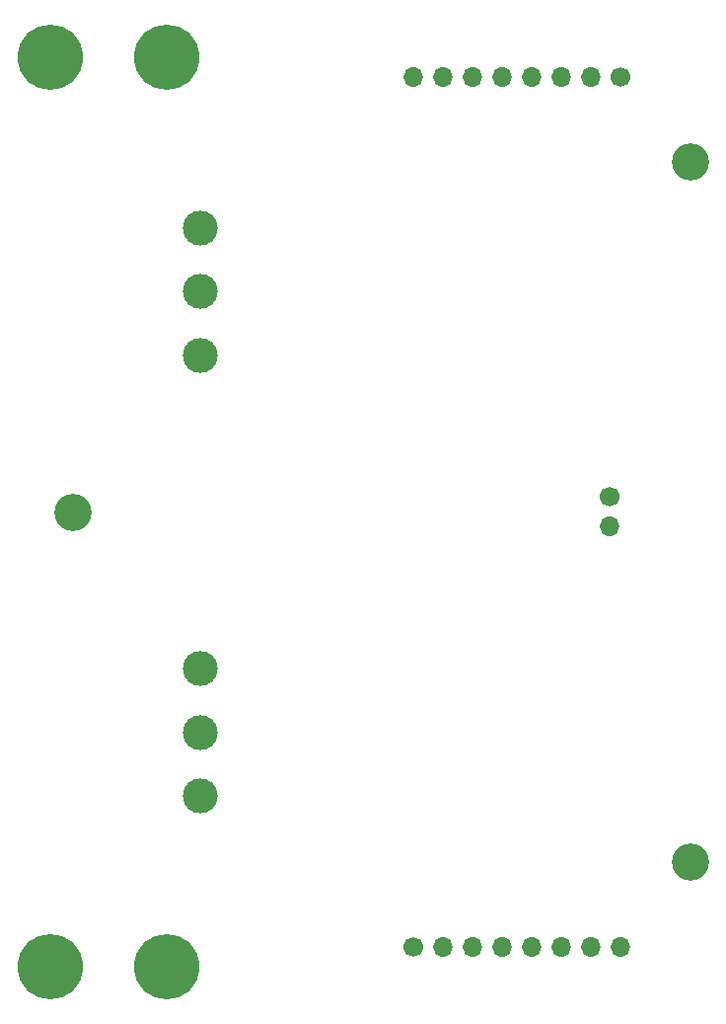
<source format=gbr>
%TF.GenerationSoftware,KiCad,Pcbnew,(6.0.1-0)*%
%TF.CreationDate,2024-02-14T13:59:27+01:00*%
%TF.ProjectId,dcload-power-board,64636c6f-6164-42d7-906f-7765722d626f,rev?*%
%TF.SameCoordinates,Original*%
%TF.FileFunction,Soldermask,Bot*%
%TF.FilePolarity,Negative*%
%FSLAX46Y46*%
G04 Gerber Fmt 4.6, Leading zero omitted, Abs format (unit mm)*
G04 Created by KiCad (PCBNEW (6.0.1-0)) date 2024-02-14 13:59:27*
%MOMM*%
%LPD*%
G01*
G04 APERTURE LIST*
%ADD10C,3.000000*%
%ADD11C,5.600000*%
%ADD12C,3.200000*%
%ADD13C,1.700000*%
%ADD14O,1.700000X1.700000*%
G04 APERTURE END LIST*
D10*
%TO.C,Q200*%
X126920000Y-70650000D03*
X126920000Y-76100000D03*
X126920000Y-81550000D03*
%TD*%
D11*
%TO.C,H105*%
X124000000Y-134000000D03*
%TD*%
%TO.C,H106*%
X114000000Y-134000000D03*
%TD*%
D12*
%TO.C,H100*%
X169000000Y-125000000D03*
%TD*%
%TO.C,H102*%
X116000000Y-95000000D03*
%TD*%
D11*
%TO.C,H104*%
X114000000Y-56000000D03*
%TD*%
D10*
%TO.C,Q300*%
X126920000Y-108450000D03*
X126920000Y-113900000D03*
X126920000Y-119350000D03*
%TD*%
D12*
%TO.C,H101*%
X169000000Y-65000000D03*
%TD*%
D11*
%TO.C,H103*%
X124000000Y-56000000D03*
%TD*%
D13*
%TO.C,J103*%
X162037500Y-93692500D03*
D14*
X162037500Y-96232500D03*
%TD*%
D13*
%TO.C,J100*%
X163000000Y-57700000D03*
D14*
X160460000Y-57700000D03*
X157920000Y-57700000D03*
X155380000Y-57700000D03*
X152840000Y-57700000D03*
X150300000Y-57700000D03*
X147760000Y-57700000D03*
X145220000Y-57700000D03*
%TD*%
D13*
%TO.C,J101*%
X145220000Y-132300000D03*
D14*
X147760000Y-132300000D03*
X150300000Y-132300000D03*
X152840000Y-132300000D03*
X155380000Y-132300000D03*
X157920000Y-132300000D03*
X160460000Y-132300000D03*
X163000000Y-132300000D03*
%TD*%
M02*

</source>
